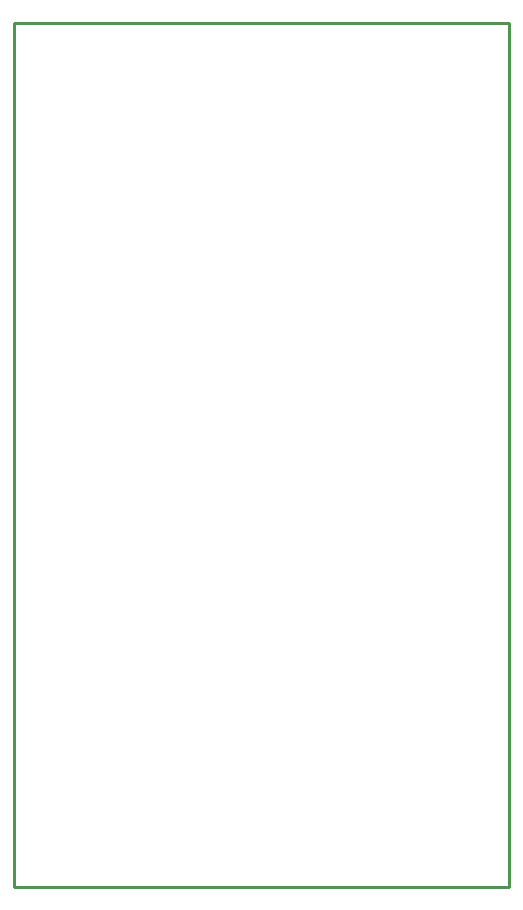
<source format=gbr>
%FSTAX23Y23*%
%MOIN*%
%SFA1B1*%

%IPPOS*%
%ADD30C,0.010000*%
%LN+-10v_stepdir_colorlight_mechanical_1-1*%
%LPD*%
G54D30*
X0Y02879D02*
Y0D01*
X0165*
X01649Y02879D02*
X0165Y0D01*
X0Y02879D02*
X01649D01*
M02*
</source>
